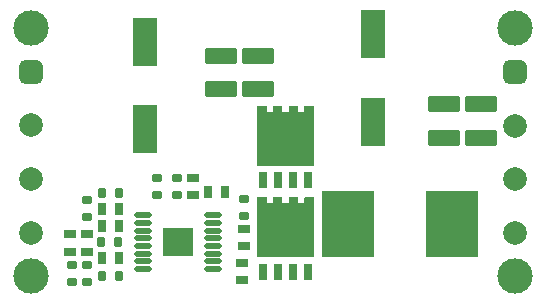
<source format=gts>
G04 Layer_Color=8388736*
%FSAX44Y44*%
%MOMM*%
G71*
G01*
G75*
%ADD29C,2.0000*%
G04:AMPARAMS|DCode=30|XSize=2mm|YSize=2mm|CornerRadius=0.5mm|HoleSize=0mm|Usage=FLASHONLY|Rotation=270.000|XOffset=0mm|YOffset=0mm|HoleType=Round|Shape=RoundedRectangle|*
%AMROUNDEDRECTD30*
21,1,2.0000,1.0000,0,0,270.0*
21,1,1.0000,2.0000,0,0,270.0*
1,1,1.0000,-0.5000,-0.5000*
1,1,1.0000,-0.5000,0.5000*
1,1,1.0000,0.5000,0.5000*
1,1,1.0000,0.5000,-0.5000*
%
%ADD30ROUNDEDRECTD30*%
%ADD31C,3.0000*%
G04:AMPARAMS|DCode=41|XSize=0.8516mm|YSize=0.6016mm|CornerRadius=0.0533mm|HoleSize=0mm|Usage=FLASHONLY|Rotation=0.000|XOffset=0mm|YOffset=0mm|HoleType=Round|Shape=RoundedRectangle|*
%AMROUNDEDRECTD41*
21,1,0.8516,0.4950,0,0,0.0*
21,1,0.7450,0.6016,0,0,0.0*
1,1,0.1066,0.3725,-0.2475*
1,1,0.1066,-0.3725,-0.2475*
1,1,0.1066,-0.3725,0.2475*
1,1,0.1066,0.3725,0.2475*
%
%ADD41ROUNDEDRECTD41*%
%ADD42R,4.4516X5.6016*%
%ADD43R,2.5616X2.4116*%
%ADD44O,1.5016X0.5516*%
G04:AMPARAMS|DCode=45|XSize=0.8516mm|YSize=0.6016mm|CornerRadius=0.0533mm|HoleSize=0mm|Usage=FLASHONLY|Rotation=270.000|XOffset=0mm|YOffset=0mm|HoleType=Round|Shape=RoundedRectangle|*
%AMROUNDEDRECTD45*
21,1,0.8516,0.4950,0,0,270.0*
21,1,0.7450,0.6016,0,0,270.0*
1,1,0.1066,-0.2475,-0.3725*
1,1,0.1066,-0.2475,0.3725*
1,1,0.1066,0.2475,0.3725*
1,1,0.1066,0.2475,-0.3725*
%
%ADD45ROUNDEDRECTD45*%
G04:AMPARAMS|DCode=46|XSize=0.7516mm|YSize=1.3016mm|CornerRadius=0.0541mm|HoleSize=0mm|Usage=FLASHONLY|Rotation=0.000|XOffset=0mm|YOffset=0mm|HoleType=Round|Shape=RoundedRectangle|*
%AMROUNDEDRECTD46*
21,1,0.7516,1.1935,0,0,0.0*
21,1,0.6435,1.3016,0,0,0.0*
1,1,0.1081,0.3217,-0.5968*
1,1,0.1081,-0.3217,-0.5968*
1,1,0.1081,-0.3217,0.5968*
1,1,0.1081,0.3217,0.5968*
%
%ADD46ROUNDEDRECTD46*%
G04:AMPARAMS|DCode=47|XSize=2.6516mm|YSize=1.3016mm|CornerRadius=0.0568mm|HoleSize=0mm|Usage=FLASHONLY|Rotation=0.000|XOffset=0mm|YOffset=0mm|HoleType=Round|Shape=RoundedRectangle|*
%AMROUNDEDRECTD47*
21,1,2.6516,1.1880,0,0,0.0*
21,1,2.5380,1.3016,0,0,0.0*
1,1,0.1136,1.2690,-0.5940*
1,1,0.1136,-1.2690,-0.5940*
1,1,0.1136,-1.2690,0.5940*
1,1,0.1136,1.2690,0.5940*
%
%ADD47ROUNDEDRECTD47*%
G04:AMPARAMS|DCode=48|XSize=0.9516mm|YSize=0.7016mm|CornerRadius=0.0538mm|HoleSize=0mm|Usage=FLASHONLY|Rotation=0.000|XOffset=0mm|YOffset=0mm|HoleType=Round|Shape=RoundedRectangle|*
%AMROUNDEDRECTD48*
21,1,0.9516,0.5940,0,0,0.0*
21,1,0.8440,0.7016,0,0,0.0*
1,1,0.1076,0.4220,-0.2970*
1,1,0.1076,-0.4220,-0.2970*
1,1,0.1076,-0.4220,0.2970*
1,1,0.1076,0.4220,0.2970*
%
%ADD48ROUNDEDRECTD48*%
G04:AMPARAMS|DCode=49|XSize=0.9516mm|YSize=0.7016mm|CornerRadius=0.0538mm|HoleSize=0mm|Usage=FLASHONLY|Rotation=90.000|XOffset=0mm|YOffset=0mm|HoleType=Round|Shape=RoundedRectangle|*
%AMROUNDEDRECTD49*
21,1,0.9516,0.5940,0,0,90.0*
21,1,0.8440,0.7016,0,0,90.0*
1,1,0.1076,0.2970,0.4220*
1,1,0.1076,0.2970,-0.4220*
1,1,0.1076,-0.2970,-0.4220*
1,1,0.1076,-0.2970,0.4220*
%
%ADD49ROUNDEDRECTD49*%
G04:AMPARAMS|DCode=50|XSize=2.1016mm|YSize=4.1016mm|CornerRadius=0.0608mm|HoleSize=0mm|Usage=FLASHONLY|Rotation=180.000|XOffset=0mm|YOffset=0mm|HoleType=Round|Shape=RoundedRectangle|*
%AMROUNDEDRECTD50*
21,1,2.1016,3.9800,0,0,180.0*
21,1,1.9800,4.1016,0,0,180.0*
1,1,0.1216,-0.9900,1.9900*
1,1,0.1216,0.9900,1.9900*
1,1,0.1216,0.9900,-1.9900*
1,1,0.1216,-0.9900,-1.9900*
%
%ADD50ROUNDEDRECTD50*%
%ADD51C,0.6016*%
G36*
X06979356Y08564274D02*
X06979452Y08564244D01*
X06979540Y08564197D01*
X06979617Y08564134D01*
X06979681Y08564056D01*
X06979728Y08563969D01*
X06979757Y08563873D01*
X06979767Y08563773D01*
Y08558773D01*
Y08513773D01*
X06979757Y08513673D01*
X06979728Y08513578D01*
X06979681Y08513489D01*
X06979617Y08513412D01*
X06979540Y08513348D01*
X06979452Y08513301D01*
X06979356Y08513272D01*
X06979257Y08513262D01*
X06932256D01*
X06932157Y08513272D01*
X06932061Y08513301D01*
X06931973Y08513348D01*
X06931896Y08513412D01*
X06931832Y08513489D01*
X06931785Y08513578D01*
X06931756Y08513673D01*
X06931746Y08513773D01*
Y08558773D01*
Y08563773D01*
X06931756Y08563873D01*
X06931785Y08563969D01*
X06931832Y08564056D01*
X06931896Y08564134D01*
X06931973Y08564197D01*
X06932061Y08564244D01*
X06932157Y08564274D01*
X06932256Y08564283D01*
X06939257D01*
X06939356Y08564274D01*
X06939452Y08564244D01*
X06939540Y08564197D01*
X06939617Y08564134D01*
X06939681Y08564056D01*
X06939728Y08563969D01*
X06939757Y08563873D01*
X06939767Y08563773D01*
Y08559283D01*
X06945096D01*
Y08563773D01*
X06945106Y08563873D01*
X06945135Y08563969D01*
X06945182Y08564056D01*
X06945245Y08564134D01*
X06945323Y08564197D01*
X06945411Y08564244D01*
X06945507Y08564274D01*
X06945607Y08564283D01*
X06952606D01*
X06952706Y08564274D01*
X06952802Y08564244D01*
X06952890Y08564197D01*
X06952968Y08564134D01*
X06953031Y08564056D01*
X06953078Y08563969D01*
X06953107Y08563873D01*
X06953117Y08563773D01*
Y08559283D01*
X06958396D01*
Y08563773D01*
X06958406Y08563873D01*
X06958435Y08563969D01*
X06958482Y08564056D01*
X06958546Y08564134D01*
X06958623Y08564197D01*
X06958711Y08564244D01*
X06958807Y08564274D01*
X06958906Y08564283D01*
X06965906D01*
X06966006Y08564274D01*
X06966102Y08564244D01*
X06966190Y08564197D01*
X06966268Y08564134D01*
X06966331Y08564056D01*
X06966378Y08563969D01*
X06966407Y08563873D01*
X06966417Y08563773D01*
Y08559283D01*
X06971746D01*
Y08563773D01*
X06971756Y08563873D01*
X06971785Y08563969D01*
X06971832Y08564056D01*
X06971896Y08564134D01*
X06971973Y08564197D01*
X06972061Y08564244D01*
X06972157Y08564274D01*
X06972256Y08564283D01*
X06979257D01*
X06979356Y08564274D01*
D02*
G37*
G36*
Y08486811D02*
X06979452Y08486782D01*
X06979540Y08486735D01*
X06979617Y08486671D01*
X06979681Y08486594D01*
X06979728Y08486505D01*
X06979757Y08486409D01*
X06979767Y08486310D01*
Y08481310D01*
Y08436310D01*
X06979757Y08436210D01*
X06979728Y08436115D01*
X06979681Y08436027D01*
X06979617Y08435949D01*
X06979540Y08435886D01*
X06979452Y08435839D01*
X06979356Y08435809D01*
X06979257Y08435800D01*
X06932256D01*
X06932157Y08435809D01*
X06932061Y08435839D01*
X06931973Y08435886D01*
X06931896Y08435949D01*
X06931832Y08436027D01*
X06931785Y08436115D01*
X06931756Y08436210D01*
X06931746Y08436310D01*
Y08481310D01*
Y08486310D01*
X06931756Y08486409D01*
X06931785Y08486505D01*
X06931832Y08486594D01*
X06931896Y08486671D01*
X06931973Y08486735D01*
X06932061Y08486782D01*
X06932157Y08486811D01*
X06932256Y08486821D01*
X06939257D01*
X06939356Y08486811D01*
X06939452Y08486782D01*
X06939540Y08486735D01*
X06939617Y08486671D01*
X06939681Y08486594D01*
X06939728Y08486505D01*
X06939757Y08486409D01*
X06939767Y08486310D01*
Y08481821D01*
X06945096D01*
Y08486310D01*
X06945106Y08486409D01*
X06945135Y08486505D01*
X06945182Y08486594D01*
X06945245Y08486671D01*
X06945323Y08486735D01*
X06945411Y08486782D01*
X06945507Y08486811D01*
X06945607Y08486821D01*
X06952606D01*
X06952706Y08486811D01*
X06952802Y08486782D01*
X06952890Y08486735D01*
X06952968Y08486671D01*
X06953031Y08486594D01*
X06953078Y08486505D01*
X06953107Y08486409D01*
X06953117Y08486310D01*
Y08481821D01*
X06958396D01*
Y08486310D01*
X06958406Y08486409D01*
X06958435Y08486505D01*
X06958482Y08486594D01*
X06958546Y08486671D01*
X06958623Y08486735D01*
X06958711Y08486782D01*
X06958807Y08486811D01*
X06958906Y08486821D01*
X06965906D01*
X06966006Y08486811D01*
X06966102Y08486782D01*
X06966190Y08486735D01*
X06966268Y08486671D01*
X06966331Y08486594D01*
X06966378Y08486505D01*
X06966407Y08486409D01*
X06966417Y08486310D01*
Y08481821D01*
X06971746D01*
Y08486310D01*
X06971756Y08486409D01*
X06971785Y08486505D01*
X06971832Y08486594D01*
X06971896Y08486671D01*
X06971973Y08486735D01*
X06972061Y08486782D01*
X06972157Y08486811D01*
X06972256Y08486821D01*
X06979257D01*
X06979356Y08486811D01*
D02*
G37*
D29*
X06740000Y08547733D02*
D03*
Y08502267D02*
D03*
Y08456800D02*
D03*
X07150000Y08547400D02*
D03*
Y08502600D02*
D03*
Y08456800D02*
D03*
D30*
X06740000Y08593200D02*
D03*
X07150000D02*
D03*
D31*
X06740000Y08420000D02*
D03*
X07150000D02*
D03*
X07150000Y08630000D02*
D03*
X06740000D02*
D03*
D41*
X06920964Y08485580D02*
D03*
Y08471080D02*
D03*
X06787922Y08429708D02*
D03*
Y08415208D02*
D03*
X06774879Y08429708D02*
D03*
Y08415208D02*
D03*
X06863922Y08503330D02*
D03*
Y08488831D02*
D03*
X06846714Y08503330D02*
D03*
Y08488831D02*
D03*
X06787922Y08484250D02*
D03*
Y08469750D02*
D03*
D42*
X07008307Y08463758D02*
D03*
X07096807D02*
D03*
D43*
X06864714Y08448788D02*
D03*
D44*
X06894214Y08426038D02*
D03*
Y08432538D02*
D03*
Y08439038D02*
D03*
Y08445538D02*
D03*
Y08452038D02*
D03*
Y08458538D02*
D03*
Y08465038D02*
D03*
Y08471538D02*
D03*
X06835214Y08426038D02*
D03*
Y08432538D02*
D03*
Y08439038D02*
D03*
Y08445538D02*
D03*
Y08452038D02*
D03*
Y08458538D02*
D03*
Y08465038D02*
D03*
Y08471538D02*
D03*
D45*
X06814714Y08420500D02*
D03*
X06800214D02*
D03*
X06799714Y08449042D02*
D03*
X06814214D02*
D03*
X06800214Y08490170D02*
D03*
X06814714D02*
D03*
D46*
X06935690Y08480000D02*
D03*
X06949152D02*
D03*
X06962360D02*
D03*
X06975823D02*
D03*
X06974807Y08423810D02*
D03*
X06962106D02*
D03*
X06949407D02*
D03*
X06936707D02*
D03*
X06935690Y08557463D02*
D03*
X06949152D02*
D03*
X06962360D02*
D03*
X06975823D02*
D03*
X06974807Y08501273D02*
D03*
X06962106D02*
D03*
X06949407D02*
D03*
X06936707D02*
D03*
D47*
X07089991Y08565316D02*
D03*
Y08536816D02*
D03*
X07121503Y08565316D02*
D03*
Y08536816D02*
D03*
X06901417Y08606500D02*
D03*
Y08578000D02*
D03*
X06932460Y08606500D02*
D03*
Y08578000D02*
D03*
D48*
X06773379Y08455250D02*
D03*
Y08440750D02*
D03*
X06919214Y08417000D02*
D03*
Y08431500D02*
D03*
X06877464Y08488831D02*
D03*
Y08503330D02*
D03*
X06920464Y08445538D02*
D03*
Y08460038D02*
D03*
X06787421Y08455250D02*
D03*
Y08440750D02*
D03*
D49*
X06890256Y08491448D02*
D03*
X06904756D02*
D03*
X06800214Y08462585D02*
D03*
X06814714D02*
D03*
Y08435500D02*
D03*
X06800214D02*
D03*
Y08476627D02*
D03*
X06814714D02*
D03*
D50*
X06836750Y08618250D02*
D03*
Y08544250D02*
D03*
X07029999Y08550816D02*
D03*
Y08624816D02*
D03*
D51*
X06870214Y08443288D02*
D03*
X06859214D02*
D03*
X06870214Y08454288D02*
D03*
X06859214D02*
D03*
M02*

</source>
